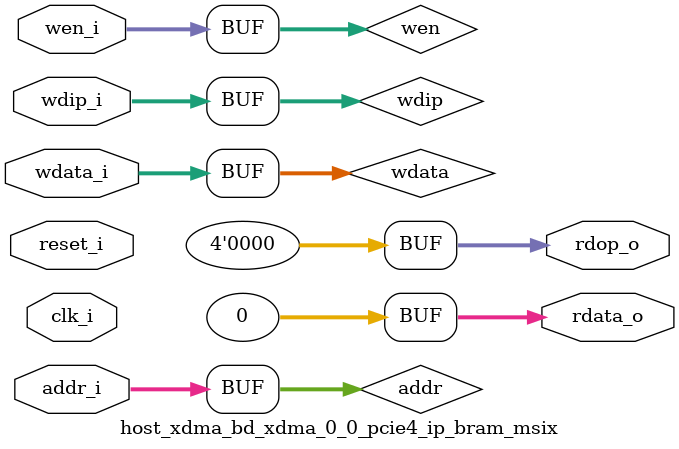
<source format=v>
`timescale 1ps/1ps

(* DowngradeIPIdentifiedWarnings = "yes" *)
module host_xdma_bd_xdma_0_0_pcie4_ip_bram_msix #(

  parameter           TCQ = 100
, parameter           TO_RAM_PIPELINE="FALSE"
, parameter           FROM_RAM_PIPELINE="FALSE"
, parameter           MSIX_CAP_TABLE_SIZE=11'h0
, parameter           MSIX_TABLE_RAM_ENABLE="FALSE"

  ) (

  input  wire         clk_i,
  input  wire         reset_i,

  input  wire  [12:0] addr_i,
  input  wire  [31:0] wdata_i,
  input  wire   [3:0] wdip_i,
  input  wire   [3:0] wen_i,
  output wire  [31:0] rdata_o,
  output wire   [3:0] rdop_o

  );

  // WIP : Use Total number of functions (PFs + VFs) to calculate the NUM_BRAM_4K
  localparam integer NUM_BRAM_4K = (MSIX_TABLE_RAM_ENABLE == "TRUE") ? 8 : 0 ;
 

  reg          [12:0] addr;
  reg          [12:0] addr_p0;
  reg          [12:0] addr_p1;
  reg          [31:0] wdata;
  reg           [3:0] wdip;
  reg           [3:0] wen;
  reg          [31:0] reg_rdata;
  reg           [3:0] reg_rdop;
  wire         [31:0] rdata;
  wire          [3:0] rdop;
  genvar              i;
  wire    [(8*4)-1:0] bram_4k_wen;
  wire   [(8*32)-1:0] rdata_t;
  wire    [(8*4)-1:0] rdop_t;

  //
  // Optional input pipe stages
  //
  generate

    if (TO_RAM_PIPELINE == "TRUE") begin : TORAMPIPELINE

      always @(posedge clk_i) begin
     
        if (reset_i) begin

          addr <= #(TCQ) 13'b0;
          wdata <= #(TCQ) 32'b0;
          wdip <= #(TCQ) 4'b0;
          wen <= #(TCQ) 4'b0;

        end else begin

          addr <= #(TCQ) addr_i;
          wdata <= #(TCQ) wdata_i;
          wdip <= #(TCQ) wdip_i;
          wen <= #(TCQ) wen_i;

        end

      end

    end else begin : NOTORAMPIPELINE

      always @(*) begin

          addr = addr_i;
          wdata = wdata_i;
          wdip = wdip_i;
          wen = wen_i;

      end


    end

  endgenerate

  // 
  // Address pipeline
  //
  always @(posedge clk_i) begin
     
    if (reset_i) begin

      addr_p0 <= #(TCQ) 13'b0;
      addr_p1 <= #(TCQ) 13'b0;

    end else begin

      addr_p0 <= #(TCQ) addr;
      addr_p1 <= #(TCQ) addr_p0;

    end

  end

  //
  // Optional output pipe stages
  //
  generate

    if (FROM_RAM_PIPELINE == "TRUE") begin : FRMRAMPIPELINE


      always @(posedge clk_i) begin
     
        if (reset_i) begin

          reg_rdata <= #(TCQ) 32'b0;
          reg_rdop <= #(TCQ) 4'b0;

        end else begin

          case (addr_p1[12:10]) 
            3'b000 : begin
              reg_rdata <= #(TCQ) rdata_t[(32*(0))+31:(32*(0))+0];
              reg_rdop <= #(TCQ) rdop_t[(4*(0))+3:(4*(0))+0];
            end
            3'b001 : begin
              reg_rdata <= #(TCQ) rdata_t[(32*(1))+31:(32*(1))+0];
              reg_rdop <= #(TCQ) rdop_t[(4*(1))+3:(4*(1))+0];
            end
            3'b010 : begin
              reg_rdata <= #(TCQ) rdata_t[(32*(2))+31:(32*(2))+0];
              reg_rdop <= #(TCQ) rdop_t[(4*(2))+3:(4*(2))+0];
            end
            3'b011 : begin
              reg_rdata <= #(TCQ) rdata_t[(32*(3))+31:(32*(3))+0];
              reg_rdop <= #(TCQ) rdop_t[(4*(3))+3:(4*(3))+0];
            end
            3'b100 : begin
              reg_rdata <= #(TCQ) rdata_t[(32*(4))+31:(32*(4))+0];
              reg_rdop <= #(TCQ) rdop_t[(4*(4))+3:(4*(4))+0];
            end
            3'b101 : begin
              reg_rdata <= #(TCQ) rdata_t[(32*(5))+31:(32*(5))+0];
              reg_rdop <= #(TCQ) rdop_t[(4*(5))+3:(4*(5))+0];
            end
            3'b110 : begin
              reg_rdata <= #(TCQ) rdata_t[(32*(6))+31:(32*(6))+0];
              reg_rdop <= #(TCQ) rdop_t[(4*(6))+3:(4*(6))+0];
            end
            3'b111 : begin
              reg_rdata <= #(TCQ) rdata_t[(32*(7))+31:(32*(7))+0];
              reg_rdop <= #(TCQ) rdop_t[(4*(7))+3:(4*(7))+0];
            end
          endcase

        end

      end

    end else begin : NOFRMRAMPIPELINE

      always @(*) begin

          case (addr_p1[12:10]) 
            3'b000 : begin
              reg_rdata <= #(TCQ) rdata_t[(32*(0))+31:(32*(0))+0];
              reg_rdop <= #(TCQ) rdop_t[(4*(0))+3:(4*(0))+0];
            end
            3'b001 : begin
              reg_rdata <= #(TCQ) rdata_t[(32*(1))+31:(32*(1))+0];
              reg_rdop <= #(TCQ) rdop_t[(4*(1))+3:(4*(1))+0];
            end
            3'b010 : begin
              reg_rdata <= #(TCQ) rdata_t[(32*(2))+31:(32*(2))+0];
              reg_rdop <= #(TCQ) rdop_t[(4*(2))+3:(4*(2))+0];
            end
            3'b011 : begin
              reg_rdata <= #(TCQ) rdata_t[(32*(3))+31:(32*(3))+0];
              reg_rdop <= #(TCQ) rdop_t[(4*(3))+3:(4*(3))+0];
            end
            3'b100 : begin
              reg_rdata <= #(TCQ) rdata_t[(32*(4))+31:(32*(4))+0];
              reg_rdop <= #(TCQ) rdop_t[(4*(4))+3:(4*(4))+0];
            end
            3'b101 : begin
              reg_rdata <= #(TCQ) rdata_t[(32*(5))+31:(32*(5))+0];
              reg_rdop <= #(TCQ) rdop_t[(4*(5))+3:(4*(5))+0];
            end
            3'b110 : begin
              reg_rdata <= #(TCQ) rdata_t[(32*(6))+31:(32*(6))+0];
              reg_rdop <= #(TCQ) rdop_t[(4*(6))+3:(4*(6))+0];
            end
            3'b111 : begin
              reg_rdata <= #(TCQ) rdata_t[(32*(7))+31:(32*(7))+0];
              reg_rdop <= #(TCQ) rdop_t[(4*(7))+3:(4*(7))+0];
            end
          endcase

      end

    end
  
  endgenerate

  assign rdata_o = (MSIX_TABLE_RAM_ENABLE == "TRUE") ?  reg_rdata : 32'h0;
  assign rdop_o = (MSIX_TABLE_RAM_ENABLE == "TRUE") ? reg_rdop : 4'h0;

  generate 
  
    for (i=0; i<NUM_BRAM_4K; i=i+1) begin : BRAM4K

      host_xdma_bd_xdma_0_0_pcie4_ip_bram_4k_int #(
          .TCQ(TCQ)
        )
        bram_4k_int (
    
          .clk_i (clk_i),
          .reset_i (reset_i),
    
          .addr_i(addr[9:0]),
          .wdata_i(wdata),
          .wdip_i(wdip),
          .wen_i(bram_4k_wen[(4*(i))+3:(4*(i))+0]),
          .rdata_o(rdata_t[(32*i)+31:(32*i)+0]),
          .rdop_o(rdop_t[(4*i)+3:(4*i)+0]),
          .baddr_i(10'b0),
          .brdata_o()

      );
      assign bram_4k_wen[(4*(i))+3:(4*(i))+0] = wen & {4{(i == addr[12:10])}};  
      
    end

  endgenerate

endmodule

</source>
